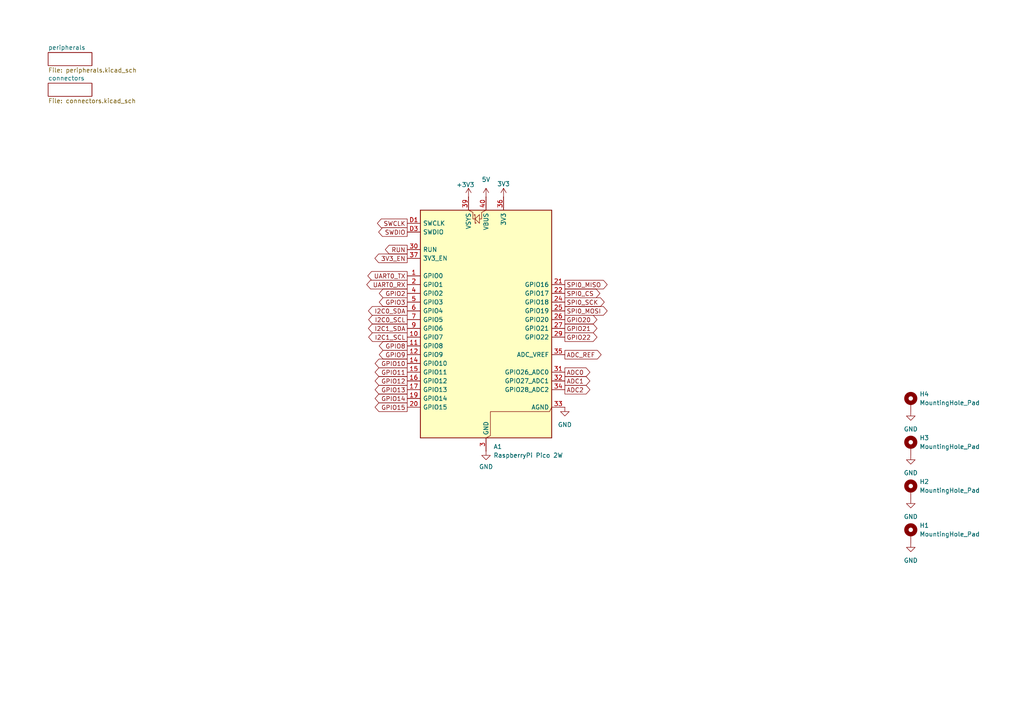
<source format=kicad_sch>
(kicad_sch (version 20250114) (generator "eeschema") (generator_version "9.0")
  (paper "A4")
  (title_block (title "Main_Board") (date "2025-10-26") (rev "1.0") (company "PKl"))
  (lib_symbols
    (symbol "MCU_Module:RaspberryPi_Pico_W_Debug" (pin_names (offset 0.762))
      (property "Reference" "A" (at -19.05 35.56 0))
      (property "Value" "RaspberryPi_Pico_W" (at 7.62 35.56 0))
      (symbol "RaspberryPi_Pico_W_Debug_0_1"
        (rectangle (start -19.05 34.29) (end 19.05 -31.75) (stroke (width 0.254)) (fill (type background)))
        (polyline (pts (xy -5.08 34.29) (xy -3.81 33.655) (xy -3.81 31.75) (xy -3.175 31.75)))
        (polyline (pts (xy -3.429 32.766) (xy -3.429 33.02) (xy -3.175 33.02) (xy -3.175 30.48) (xy -2.921 30.48) (xy -2.921 30.734)))
        (polyline (pts (xy -3.175 31.75) (xy -1.905 33.02) (xy -1.905 30.48) (xy -3.175 31.75)))
        (polyline (pts (xy 0 34.29) (xy -1.27 33.655) (xy -1.27 31.75) (xy -1.905 31.75)))
        (polyline (pts (xy 0 -31.75) (xy 1.27 -31.115) (xy 1.27 -24.13) (xy 18.415 -24.13) (xy 19.05 -22.86)))
      )
      (symbol "RaspberryPi_Pico_W_Debug_1_1"
        (pin input line (at -22.86 30.48 0) (length 3.81) (name "SWCLK") (number "D1"))
        (pin bidirectional line (at -22.86 27.94 0) (length 3.81) (name "SWDIO") (number "D3"))
        (pin passive line (at -22.86 22.86 0) (length 3.81) (name "RUN") (number "30"))
        (pin passive line (at -22.86 20.32 0) (length 3.81) (name "3V3_EN") (number "37"))
        (pin bidirectional line (at -22.86 15.24 0) (length 3.81) (name "GPIO0") (number "1"))
        (pin bidirectional line (at -22.86 12.7 0) (length 3.81) (name "GPIO1") (number "2"))
        (pin bidirectional line (at -22.86 10.16 0) (length 3.81) (name "GPIO2") (number "4"))
        (pin bidirectional line (at -22.86 7.62 0) (length 3.81) (name "GPIO3") (number "5"))
        (pin bidirectional line (at -22.86 5.08 0) (length 3.81) (name "GPIO4") (number "6"))
        (pin bidirectional line (at -22.86 2.54 0) (length 3.81) (name "GPIO5") (number "7"))
        (pin bidirectional line (at -22.86 0 0) (length 3.81) (name "GPIO6") (number "9"))
        (pin bidirectional line (at -22.86 -2.54 0) (length 3.81) (name "GPIO7") (number "10"))
        (pin bidirectional line (at -22.86 -5.08 0) (length 3.81) (name "GPIO8") (number "11"))
        (pin bidirectional line (at -22.86 -7.62 0) (length 3.81) (name "GPIO9") (number "12"))
        (pin bidirectional line (at -22.86 -10.16 0) (length 3.81) (name "GPIO10") (number "14"))
        (pin bidirectional line (at -22.86 -12.7 0) (length 3.81) (name "GPIO11") (number "15"))
        (pin bidirectional line (at -22.86 -15.24 0) (length 3.81) (name "GPIO12") (number "16"))
        (pin bidirectional line (at -22.86 -17.78 0) (length 3.81) (name "GPIO13") (number "17"))
        (pin bidirectional line (at -22.86 -20.32 0) (length 3.81) (name "GPIO14") (number "19"))
        (pin bidirectional line (at -22.86 -22.86 0) (length 3.81) (name "GPIO15") (number "20"))
        (pin power_in line (at -5.08 38.1 270) (length 3.81) (name "VSYS") (number "39"))
        (pin power_out line (at 0 38.1 270) (length 3.81) (name "VBUS") (number "40"))
        (pin passive line (at 0 -35.56 90) (length 3.81) (hide yes) (name "GND") (number "13"))
        (pin passive line (at 0 -35.56 90) (length 3.81) (hide yes) (name "GND") (number "18"))
        (pin passive line (at 0 -35.56 90) (length 3.81) (hide yes) (name "GND") (number "23"))
        (pin passive line (at 0 -35.56 90) (length 3.81) (hide yes) (name "GND") (number "28"))
        (pin power_out line (at 0 -35.56 90) (length 3.81) (name "GND") (number "3"))
        (pin passive line (at 0 -35.56 90) (length 3.81) (hide yes) (name "GND") (number "38"))
        (pin passive line (at 0 -35.56 90) (length 3.81) (hide yes) (name "GND") (number "8"))
        (pin passive line (at 0 -35.56 90) (length 3.81) (hide yes) (name "GND") (number "D2"))
        (pin power_out line (at 5.08 38.1 270) (length 3.81) (name "3V3") (number "36"))
        (pin bidirectional line (at 22.86 12.7 180) (length 3.81) (name "GPIO16") (number "21"))
        (pin bidirectional line (at 22.86 10.16 180) (length 3.81) (name "GPIO17") (number "22"))
        (pin bidirectional line (at 22.86 7.62 180) (length 3.81) (name "GPIO18") (number "24"))
        (pin bidirectional line (at 22.86 5.08 180) (length 3.81) (name "GPIO19") (number "25"))
        (pin bidirectional line (at 22.86 2.54 180) (length 3.81) (name "GPIO20") (number "26"))
        (pin bidirectional line (at 22.86 0 180) (length 3.81) (name "GPIO21") (number "27"))
        (pin bidirectional line (at 22.86 -2.54 180) (length 3.81) (name "GPIO22") (number "29"))
        (pin power_in line (at 22.86 -7.62 180) (length 3.81) (name "ADC_VREF") (number "35"))
        (pin bidirectional line (at 22.86 -12.7 180) (length 3.81) (name "GPIO26_ADC0") (number "31"))
        (pin bidirectional line (at 22.86 -15.24 180) (length 3.81) (name "GPIO27_ADC1") (number "32"))
        (pin bidirectional line (at 22.86 -17.78 180) (length 3.81) (name "GPIO28_ADC2") (number "34"))
        (pin power_out line (at 22.86 -22.86 180) (length 3.81) (name "AGND") (number "33"))
      )
    )
    (symbol "Mechanical:MountingHole_Pad" (pin_numbers (hide yes)) (pin_names (offset 1.016) (hide yes)) (in_bom no)
      (property "Reference" "H" (at 0 6.35 0))
      (property "Value" "MountingHole_Pad" (at 0 4.445 0))
      (symbol "MountingHole_Pad_0_1"
        (circle (center 0 1.27) (radius 1.27) (stroke (width 1.27)))
      )
      (symbol "MountingHole_Pad_1_1"
        (pin input line (at 0 -2.54 90) (length 2.54) (name "1") (number "1"))
      )
    )
    (symbol "power:+3.3V" (power) (pin_numbers (hide yes)) (pin_names (offset 0) (hide yes))
      (property "Value" "+3.3V" (at 0 3.556 0))
      (symbol "+3.3V_0_1"
        (polyline (pts (xy -0.762 1.27) (xy 0 2.54)))
        (polyline (pts (xy 0 2.54) (xy 0.762 1.27)))
        (polyline (pts (xy 0 0) (xy 0 2.54)))
      )
      (symbol "+3.3V_1_1"
        (pin power_in line (at 0 0 90) (length 0) (name "~") (number "1"))
      )
    )
    (symbol "power:+5V" (power) (pin_numbers (hide yes)) (pin_names (offset 0) (hide yes))
      (property "Value" "+5V" (at 0 3.556 0))
      (symbol "+5V_0_1"
        (polyline (pts (xy -0.762 1.27) (xy 0 2.54)))
        (polyline (pts (xy 0 2.54) (xy 0.762 1.27)))
        (polyline (pts (xy 0 0) (xy 0 2.54)))
      )
      (symbol "+5V_1_1"
        (pin power_in line (at 0 0 90) (length 0) (name "~") (number "1"))
      )
    )
    (symbol "power:GND" (power) (pin_numbers (hide yes)) (pin_names (offset 0) (hide yes))
      (property "Value" "GND" (at 0 -3.81 0))
      (symbol "GND_0_1"
        (polyline (pts (xy 0 0) (xy 0 -1.27) (xy 1.27 -1.27) (xy 0 -2.54) (xy -1.27 -1.27) (xy 0 -1.27)))
      )
      (symbol "GND_1_1"
        (pin power_in line (at 0 0 270) (length 0) (name "~") (number "1"))
      )
    )
  )
  (global_label "GPIO15" (shape output) (at 118.11 118.11 180) (property "Intersheetrefs" "${INTERSHEET_REFS}" (effects (hide yes))))
  (global_label "GPIO13" (shape output) (at 118.11 113.03 180) (property "Intersheetrefs" "${INTERSHEET_REFS}" (effects (hide yes))))
  (global_label "3V3_EN" (shape output) (at 118.11 74.93 180) (property "Intersheetrefs" "${INTERSHEET_REFS}" (effects (hide yes))))
  (global_label "GPIO21" (shape output) (at 163.83 95.25 0) (property "Intersheetrefs" "${INTERSHEET_REFS}" (effects (hide yes))))
  (global_label "GPIO12" (shape output) (at 118.11 110.49 180) (property "Intersheetrefs" "${INTERSHEET_REFS}" (effects (hide yes))))
  (global_label "GPIO8" (shape output) (at 118.11 100.33 180) (property "Intersheetrefs" "${INTERSHEET_REFS}" (effects (hide yes))))
  (global_label "SPI0_SCK" (shape output) (at 163.83 87.63 0) (property "Intersheetrefs" "${INTERSHEET_REFS}" (effects (hide yes))))
  (global_label "GPIO11" (shape output) (at 118.11 107.95 180) (property "Intersheetrefs" "${INTERSHEET_REFS}" (effects (hide yes))))
  (global_label "SPI0_MISO" (shape output) (at 163.83 82.55 0) (property "Intersheetrefs" "${INTERSHEET_REFS}" (effects (hide yes))))
  (global_label "SPI0_CS" (shape output) (at 163.83 85.09 0) (property "Intersheetrefs" "${INTERSHEET_REFS}" (effects (hide yes))))
  (global_label "RUN" (shape output) (at 118.11 72.39 180) (property "Intersheetrefs" "${INTERSHEET_REFS}" (effects (hide yes))))
  (global_label "GPIO14" (shape output) (at 118.11 115.57 180) (property "Intersheetrefs" "${INTERSHEET_REFS}" (effects (hide yes))))
  (global_label "ADC1" (shape output) (at 163.83 110.49 0) (property "Intersheetrefs" "${INTERSHEET_REFS}" (effects (hide yes))))
  (global_label "UART0_TX" (shape output) (at 118.11 80.01 180) (property "Intersheetrefs" "${INTERSHEET_REFS}" (effects (hide yes))))
  (global_label "I2C0_SDA" (shape output) (at 118.11 90.17 180) (property "Intersheetrefs" "${INTERSHEET_REFS}" (effects (hide yes))))
  (global_label "ADC0" (shape output) (at 163.83 107.95 0) (property "Intersheetrefs" "${INTERSHEET_REFS}" (effects (hide yes))))
  (global_label "GPIO9" (shape output) (at 118.11 102.87 180) (property "Intersheetrefs" "${INTERSHEET_REFS}" (effects (hide yes))))
  (global_label "SPI0_MOSI" (shape output) (at 163.83 90.17 0) (property "Intersheetrefs" "${INTERSHEET_REFS}" (effects (hide yes))))
  (global_label "SWCLK" (shape output) (at 118.11 64.77 180) (property "Intersheetrefs" "${INTERSHEET_REFS}" (effects (hide yes))))
  (global_label "GPIO22" (shape output) (at 163.83 97.79 0) (property "Intersheetrefs" "${INTERSHEET_REFS}" (effects (hide yes))))
  (global_label "I2C1_SCL" (shape output) (at 118.11 97.79 180) (property "Intersheetrefs" "${INTERSHEET_REFS}" (effects (hide yes))))
  (global_label "ADC_REF" (shape output) (at 163.83 102.87 0) (property "Intersheetrefs" "${INTERSHEET_REFS}" (effects (hide yes))))
  (global_label "GPIO20" (shape output) (at 163.83 92.71 0) (property "Intersheetrefs" "${INTERSHEET_REFS}" (effects (hide yes))))
  (global_label "ADC2" (shape output) (at 163.83 113.03 0) (property "Intersheetrefs" "${INTERSHEET_REFS}" (effects (hide yes))))
  (global_label "UART0_RX" (shape output) (at 118.11 82.55 180) (property "Intersheetrefs" "${INTERSHEET_REFS}" (effects (hide yes))))
  (global_label "GPIO10" (shape output) (at 118.11 105.41 180) (property "Intersheetrefs" "${INTERSHEET_REFS}" (effects (hide yes))))
  (global_label "GPIO2" (shape output) (at 118.11 85.09 180) (property "Intersheetrefs" "${INTERSHEET_REFS}" (effects (hide yes))))
  (global_label "I2C1_SDA" (shape output) (at 118.11 95.25 180) (property "Intersheetrefs" "${INTERSHEET_REFS}" (effects (hide yes))))
  (global_label "I2C0_SCL" (shape output) (at 118.11 92.71 180) (property "Intersheetrefs" "${INTERSHEET_REFS}" (effects (hide yes))))
  (global_label "SWDIO" (shape output) (at 118.11 67.31 180) (property "Intersheetrefs" "${INTERSHEET_REFS}" (effects (hide yes))))
  (global_label "GPIO3" (shape output) (at 118.11 87.63 180) (property "Intersheetrefs" "${INTERSHEET_REFS}" (effects (hide yes))))
  (symbol (lib_id "power:GND") (at 264.16 144.78 0) (unit 1)
    (property "Reference" "#PWR077" (effects (hide yes)))
    (property "Value" "GND" (at 264.16 149.86 0))
    (property "Description" "Power symbol creates a global label with name \"GND\" , ground" (effects (hide yes)))
  )
  (symbol (lib_id "Mechanical:MountingHole_Pad") (at 264.16 116.84 0) (unit 1) (in_bom no)
    (property "Reference" "H4" (at 266.7 114.2999 0) (effects (justify left)))
    (property "Value" "MountingHole_Pad" (at 266.7 116.8399 0) (effects (justify left)))
    (property "Footprint" "MountingHole:MountingHole_3.2mm_M3_DIN965_Pad" (effects (hide yes)))
    (property "Description" "Mounting Hole with connection" (effects (hide yes)))
  )
  (symbol (lib_id "Mechanical:MountingHole_Pad") (at 264.16 129.54 0) (unit 1) (in_bom no)
    (property "Reference" "H3" (at 266.7 126.9999 0) (effects (justify left)))
    (property "Value" "MountingHole_Pad" (at 266.7 129.5399 0) (effects (justify left)))
    (property "Footprint" "MountingHole:MountingHole_3.2mm_M3_DIN965_Pad" (effects (hide yes)))
    (property "Description" "Mounting Hole with connection" (effects (hide yes)))
  )
  (symbol (lib_id "power:+5V") (at 140.97 57.15 0) (unit 1)
    (property "Reference" "#PWR04" (effects (hide yes)))
    (property "Value" "5V" (at 140.97 52.07 0))
    (property "Description" "Power symbol creates a global label with name \"+5V\"" (effects (hide yes)))
  )
  (symbol (lib_id "power:GND") (at 264.16 157.48 0) (unit 1)
    (property "Reference" "#PWR078" (effects (hide yes)))
    (property "Value" "GND" (at 264.16 162.56 0))
    (property "Description" "Power symbol creates a global label with name \"GND\" , ground" (effects (hide yes)))
  )
  (symbol (lib_id "power:GND") (at 264.16 119.38 0) (unit 1)
    (property "Reference" "#PWR0132" (effects (hide yes)))
    (property "Value" "GND" (at 264.16 124.46 0))
    (property "Description" "Power symbol creates a global label with name \"GND\" , ground" (effects (hide yes)))
  )
  (symbol (lib_id "Mechanical:MountingHole_Pad") (at 264.16 142.24 0) (unit 1) (in_bom no)
    (property "Reference" "H2" (at 266.7 139.6999 0) (effects (justify left)))
    (property "Value" "MountingHole_Pad" (at 266.7 142.2399 0) (effects (justify left)))
    (property "Footprint" "MountingHole:MountingHole_3.2mm_M3_DIN965_Pad" (effects (hide yes)))
    (property "Description" "Mounting Hole with connection" (effects (hide yes)))
  )
  (symbol (lib_id "power:GND") (at 140.97 130.81 0) (unit 1)
    (property "Reference" "#PWR01" (effects (hide yes)))
    (property "Value" "GND" (at 140.97 135.382 0))
    (property "Description" "Power symbol creates a global label with name \"GND\" , ground" (effects (hide yes)))
  )
  (symbol (lib_id "power:GND") (at 264.16 132.08 0) (unit 1)
    (property "Reference" "#PWR0131" (effects (hide yes)))
    (property "Value" "GND" (at 264.16 137.16 0))
    (property "Description" "Power symbol creates a global label with name \"GND\" , ground" (effects (hide yes)))
  )
  (symbol (lib_id "power:+3.3V") (at 146.05 57.15 0) (unit 1)
    (property "Reference" "#PWR03" (effects (hide yes)))
    (property "Value" "3V3" (at 146.05 53.34 0))
    (property "Description" "Power symbol creates a global label with name \"+3.3V\"" (effects (hide yes)))
  )
  (symbol (lib_id "Mechanical:MountingHole_Pad") (at 264.16 154.94 0) (unit 1) (in_bom no)
    (property "Reference" "H1" (at 266.7 152.3999 0) (effects (justify left)))
    (property "Value" "MountingHole_Pad" (at 266.7 154.9399 0) (effects (justify left)))
    (property "Footprint" "MountingHole:MountingHole_3.2mm_M3_DIN965_Pad" (effects (hide yes)))
    (property "Description" "Mounting Hole with connection" (effects (hide yes)))
  )
  (symbol (lib_id "MCU_Module:RaspberryPi_Pico_W_Debug") (at 140.97 95.25 0) (unit 1)
    (property "Reference" "A1" (at 143.1133 129.54 0) (effects (justify left)))
    (property "Value" "RaspberryPi Pico 2W" (at 143.1133 132.08 0) (effects (justify left)))
    (property "Footprint" "Library:RaspberryPi_Pico_Common_Unspecified" (effects (hide yes)))
    (property "Datasheet" "https://datasheets.raspberrypi.com/picow/pico-w-datasheet.pdf" (effects (hide yes)))
    (property "Description" "Versatile and inexpensive wireless microcontroller module (with debug pins) powered by RP2040 dual-core Arm Cortex-M0+ processor up to 133 MHz, 264kB SRAM, 2MB QSPI flash, Infineon CYW43439 2.4GHz 802.11n wireless LAN; also supports Raspberry Pi Pico 2 W" (effects (hide yes)))
  )
  (symbol (lib_id "power:+3.3V") (at 135.89 57.15 0) (unit 1)
    (property "Reference" "#PWR016" (effects (hide yes)))
    (property "Value" "+3V3" (at 132.334 53.594 0) (effects (justify left)))
    (property "Description" "Power symbol creates a global label with name \"+3.3V\"" (effects (hide yes)))
  )
  (symbol (lib_id "power:GND") (at 163.83 118.11 0) (unit 1)
    (property "Reference" "#PWR02" (effects (hide yes)))
    (property "Value" "GND" (at 163.83 123.19 0))
    (property "Description" "Power symbol creates a global label with name \"GND\" , ground" (effects (hide yes)))
  )
  (sheet (at 13.97 24.13) (size 12.7 3.81) (stroke (width 0.1524))
    (property "Sheetname" "connectors" (at 13.97 23.4184 0) (effects (justify left bottom)))
    (property "Sheetfile" "connectors.kicad_sch" (at 13.97 28.5246 0) (effects (justify left top)))
  )
  (sheet (at 13.97 15.24) (size 12.7 3.81) (stroke (width 0.1524))
    (property "Sheetname" "peripherals" (at 13.97 14.5284 0) (effects (justify left bottom)))
    (property "Sheetfile" "peripherals.kicad_sch" (at 13.97 19.6346 0) (effects (justify left top)))
  )
)
</source>
